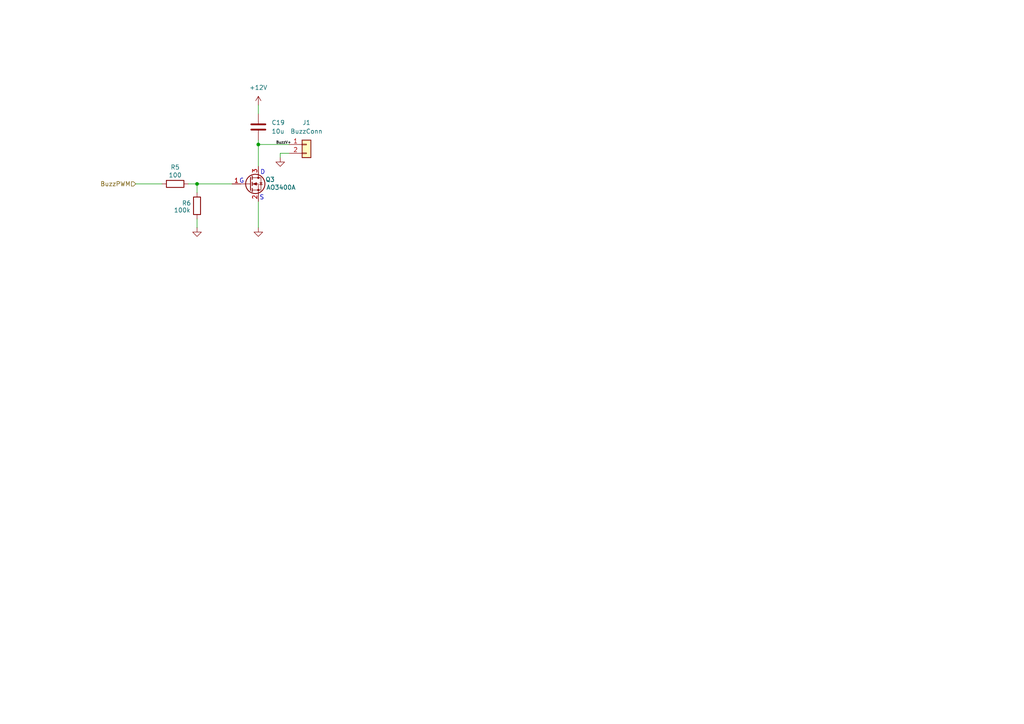
<source format=kicad_sch>
(kicad_sch (version 20250114) (generator "eeschema") (generator_version "9.0")
  (paper "A4")
  (lib_symbols
    (symbol "Connector_Generic:Conn_01x02" (pin_names (offset 1.016) (hide yes))
      (property "Reference" "J" (at 0 2.54 0))
      (property "Value" "Conn_01x02" (at 0 -5.08 0))
      (symbol "Conn_01x02_1_1"
        (rectangle (start -1.27 1.27) (end 1.27 -3.81) (stroke (width 0.254)) (fill (type background)))
        (rectangle (start -1.27 0.127) (end 0 -0.127) (stroke (width 0.1524)))
        (rectangle (start -1.27 -2.413) (end 0 -2.667) (stroke (width 0.1524)))
        (pin passive line (at -5.08 0 0) (length 3.81) (name "Pin_1") (number "1"))
        (pin passive line (at -5.08 -2.54 0) (length 3.81) (name "Pin_2") (number "2"))
      )
    )
    (symbol "Device:C" (pin_numbers (hide yes)) (pin_names (offset 0.254))
      (property "Reference" "C" (at 0.635 2.54 0))
      (property "Value" "C" (at 0.635 -2.54 0))
      (symbol "C_0_1"
        (polyline (pts (xy -2.032 0.762) (xy 2.032 0.762)) (stroke (width 0.508)))
        (polyline (pts (xy -2.032 -0.762) (xy 2.032 -0.762)) (stroke (width 0.508)))
      )
      (symbol "C_1_1"
        (pin passive line (at 0 3.81 270) (length 2.794) (name "~") (number "1"))
        (pin passive line (at 0 -3.81 90) (length 2.794) (name "~") (number "2"))
      )
    )
    (symbol "Device:R" (pin_numbers (hide yes)) (pin_names (offset 0))
      (property "Reference" "R" (at 2.032 0 90))
      (property "Value" "R" (at 0 0 90))
      (symbol "R_0_1"
        (rectangle (start -1.016 -2.54) (end 1.016 2.54) (stroke (width 0.254)))
      )
      (symbol "R_1_1"
        (pin passive line (at 0 3.81 270) (length 1.27) (name "~") (number "1"))
        (pin passive line (at 0 -3.81 90) (length 1.27) (name "~") (number "2"))
      )
    )
    (symbol "Transistor_FET:AO3400A" (pin_names (offset 0) (hide yes))
      (property "Reference" "Q" (at 5.08 1.905 0))
      (property "Value" "AO3400A" (at 5.08 0 0))
      (symbol "AO3400A_0_1"
        (polyline (pts (xy 0.254 1.905) (xy 0.254 -1.905)) (stroke (width 0.254)))
        (polyline (pts (xy 0.254 0) (xy -2.54 0)))
        (polyline (pts (xy 0.762 2.286) (xy 0.762 1.27)) (stroke (width 0.254)))
        (polyline (pts (xy 0.762 0.508) (xy 0.762 -0.508)) (stroke (width 0.254)))
        (polyline (pts (xy 0.762 -1.27) (xy 0.762 -2.286)) (stroke (width 0.254)))
        (polyline (pts (xy 0.762 -1.778) (xy 3.302 -1.778) (xy 3.302 1.778) (xy 0.762 1.778)))
        (polyline (pts (xy 1.016 0) (xy 2.032 0.381) (xy 2.032 -0.381) (xy 1.016 0)) (fill (type outline)))
        (circle (center 1.651 0) (radius 2.794) (stroke (width 0.254)))
        (polyline (pts (xy 2.54 2.54) (xy 2.54 1.778)))
        (circle (center 2.54 1.778) (radius 0.254) (fill (type outline)))
        (circle (center 2.54 -1.778) (radius 0.254) (fill (type outline)))
        (polyline (pts (xy 2.54 -2.54) (xy 2.54 0) (xy 0.762 0)))
        (polyline (pts (xy 2.921 0.381) (xy 3.683 0.381)))
        (polyline (pts (xy 3.302 0.381) (xy 2.921 -0.254) (xy 3.683 -0.254) (xy 3.302 0.381)))
      )
      (symbol "AO3400A_1_1"
        (pin input line (at -5.08 0 0) (length 2.54) (name "G") (number "1"))
        (pin passive line (at 2.54 5.08 270) (length 2.54) (name "D") (number "3"))
        (pin passive line (at 2.54 -5.08 90) (length 2.54) (name "S") (number "2"))
      )
    )
    (symbol "power:+12V" (power) (pin_numbers (hide yes)) (pin_names (offset 0) (hide yes))
      (property "Value" "+12V" (at 0 3.556 0))
      (symbol "+12V_0_1"
        (polyline (pts (xy -0.762 1.27) (xy 0 2.54)))
        (polyline (pts (xy 0 2.54) (xy 0.762 1.27)))
        (polyline (pts (xy 0 0) (xy 0 2.54)))
      )
      (symbol "+12V_1_1"
        (pin power_in line (at 0 0 90) (length 0) (name "~") (number "1"))
      )
    )
    (symbol "power:GND" (power) (pin_numbers (hide yes)) (pin_names (offset 0) (hide yes))
      (property "Value" "GND" (at 0 -3.81 0))
      (symbol "GND_0_1"
        (polyline (pts (xy 0 0) (xy 0 -1.27) (xy 1.27 -1.27) (xy 0 -2.54) (xy -1.27 -1.27) (xy 0 -1.27)))
      )
      (symbol "GND_1_1"
        (pin power_in line (at 0 0 270) (length 0) (name "~") (number "1"))
      )
    )
  )
  (text "G" (at 70.104 52.578 0) (effects (font (size 1.27 1.27))))
  (text "S" (at 75.946 57.404 0) (effects (font (size 1.27 1.27))))
  (text "D" (at 76.2 50.038 0) (effects (font (size 1.27 1.27))))
  (junction (at 74.93 41.91))
  (junction (at 57.15 53.34))
  (wire (pts (xy 57.15 63.5) (xy 57.15 66.04)))
  (wire (pts (xy 57.15 53.34) (xy 57.15 55.88)))
  (wire (pts (xy 74.93 30.48) (xy 74.93 33.02)))
  (wire (pts (xy 74.93 40.64) (xy 74.93 41.91)))
  (wire (pts (xy 57.15 53.34) (xy 67.31 53.34)))
  (wire (pts (xy 74.93 41.91) (xy 83.82 41.91)))
  (wire (pts (xy 81.28 44.45) (xy 81.28 45.72)))
  (wire (pts (xy 39.37 53.34) (xy 46.99 53.34)))
  (wire (pts (xy 83.82 44.45) (xy 81.28 44.45)))
  (wire (pts (xy 74.93 58.42) (xy 74.93 66.04)))
  (wire (pts (xy 54.61 53.34) (xy 57.15 53.34)))
  (wire (pts (xy 74.93 41.91) (xy 74.93 48.26)))
  (label "BuzzV+" (at 80.01 41.91 0) (effects (font (size 0.762 0.762))))
  (hierarchical_label "BuzzPWM" (shape input) (at 39.37 53.34 180))
  (symbol (lib_id "Device:C") (at 74.93 36.83 0) (unit 1)
    (property "Reference" "C19" (at 78.74 35.5599 0) (effects (justify left)))
    (property "Value" "10u" (at 78.74 38.0999 0) (effects (justify left)))
    (property "Description" "Unpolarized capacitor" (effects (hide yes)))
  )
  (symbol (lib_id "power:+12V") (at 74.93 30.48 0) (unit 1)
    (property "Reference" "#PWR016" (effects (hide yes)))
    (property "Value" "+12V" (at 74.93 25.4 0))
    (property "Description" "Power symbol creates a global label with name \"+12V\"" (effects (hide yes)))
  )
  (symbol (lib_id "Connector_Generic:Conn_01x02") (at 88.9 41.91 0) (unit 1)
    (property "Reference" "J1" (at 88.9 35.56 0))
    (property "Value" "BuzzConn" (at 88.9 38.1 0))
    (property "Description" "Generic connector, single row, 01x02, script generated (kicad-library-utils/schlib/autogen/connector/)" (effects (hide yes)))
  )
  (symbol (lib_id "power:GND") (at 74.93 66.04 0) (unit 1)
    (property "Reference" "#PWR04" (effects (hide yes)))
    (property "Value" "GND" (effects (hide yes)))
    (property "Description" "Power symbol creates a global label with name \"GND\" , ground" (effects (hide yes)))
  )
  (symbol (lib_id "Transistor_FET:AO3400A") (at 72.39 53.34 0) (unit 1)
    (property "Reference" "Q3" (at 76.962 52.07 0) (effects (justify left)))
    (property "Value" "AO3400A" (at 77.216 54.356 0) (effects (justify left)))
    (property "Footprint" "Package_TO_SOT_SMD:SOT-23" (effects (hide yes)))
    (property "Datasheet" "http://www.aosmd.com/pdfs/datasheet/AO3400A.pdf" (effects (hide yes)))
    (property "Description" "30V Vds, 5.7A Id, N-Channel MOSFET, SOT-23" (effects (hide yes)))
  )
  (symbol (lib_id "Device:R") (at 50.8 53.34 90) (unit 1)
    (property "Reference" "R5" (at 50.8 48.514 90))
    (property "Value" "100" (at 50.8 50.8 90))
    (property "Description" "Resistor" (effects (hide yes)))
  )
  (symbol (lib_id "Device:R") (at 57.15 59.69 0) (mirror x) (unit 1)
    (property "Reference" "R6" (at 54.102 58.928 0))
    (property "Value" "100k" (at 52.832 60.96 0))
    (property "Description" "Resistor" (effects (hide yes)))
  )
  (symbol (lib_id "power:GND") (at 57.15 66.04 0) (unit 1)
    (property "Reference" "#PWR05" (effects (hide yes)))
    (property "Value" "GND" (effects (hide yes)))
    (property "Description" "Power symbol creates a global label with name \"GND\" , ground" (effects (hide yes)))
  )
  (symbol (lib_id "power:GND") (at 81.28 45.72 0) (unit 1)
    (property "Reference" "#PWR022" (effects (hide yes)))
    (property "Value" "GND" (effects (hide yes)))
    (property "Description" "Power symbol creates a global label with name \"GND\" , ground" (effects (hide yes)))
  )
)
</source>
